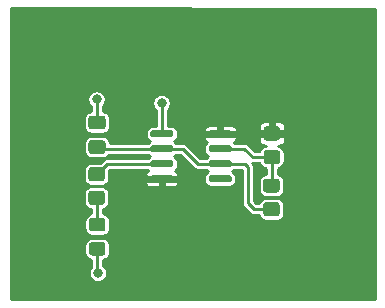
<source format=gbr>
%TF.GenerationSoftware,KiCad,Pcbnew,(5.1.7)-1*%
%TF.CreationDate,2021-01-08T18:54:40-03:00*%
%TF.ProjectId,GettingToBlinky5.0,47657474-696e-4675-946f-426c696e6b79,rev?*%
%TF.SameCoordinates,Original*%
%TF.FileFunction,Copper,L1,Top*%
%TF.FilePolarity,Positive*%
%FSLAX46Y46*%
G04 Gerber Fmt 4.6, Leading zero omitted, Abs format (unit mm)*
G04 Created by KiCad (PCBNEW (5.1.7)-1) date 2021-01-08 18:54:40*
%MOMM*%
%LPD*%
G01*
G04 APERTURE LIST*
%TA.AperFunction,ViaPad*%
%ADD10C,0.800000*%
%TD*%
%TA.AperFunction,Conductor*%
%ADD11C,0.250000*%
%TD*%
%TA.AperFunction,Conductor*%
%ADD12C,0.100000*%
%TD*%
G04 APERTURE END LIST*
%TO.P,U1,8*%
%TO.N,/VDD*%
%TA.AperFunction,SMDPad,CuDef*%
G36*
G01*
X137999600Y-93164800D02*
X137999600Y-92864800D01*
G75*
G02*
X138149600Y-92714800I150000J0D01*
G01*
X139799600Y-92714800D01*
G75*
G02*
X139949600Y-92864800I0J-150000D01*
G01*
X139949600Y-93164800D01*
G75*
G02*
X139799600Y-93314800I-150000J0D01*
G01*
X138149600Y-93314800D01*
G75*
G02*
X137999600Y-93164800I0J150000D01*
G01*
G37*
%TD.AperFunction*%
%TO.P,U1,7*%
%TO.N,/DIS*%
%TA.AperFunction,SMDPad,CuDef*%
G36*
G01*
X137999600Y-94434800D02*
X137999600Y-94134800D01*
G75*
G02*
X138149600Y-93984800I150000J0D01*
G01*
X139799600Y-93984800D01*
G75*
G02*
X139949600Y-94134800I0J-150000D01*
G01*
X139949600Y-94434800D01*
G75*
G02*
X139799600Y-94584800I-150000J0D01*
G01*
X138149600Y-94584800D01*
G75*
G02*
X137999600Y-94434800I0J150000D01*
G01*
G37*
%TD.AperFunction*%
%TO.P,U1,6*%
%TO.N,/THR*%
%TA.AperFunction,SMDPad,CuDef*%
G36*
G01*
X137999600Y-95704800D02*
X137999600Y-95404800D01*
G75*
G02*
X138149600Y-95254800I150000J0D01*
G01*
X139799600Y-95254800D01*
G75*
G02*
X139949600Y-95404800I0J-150000D01*
G01*
X139949600Y-95704800D01*
G75*
G02*
X139799600Y-95854800I-150000J0D01*
G01*
X138149600Y-95854800D01*
G75*
G02*
X137999600Y-95704800I0J150000D01*
G01*
G37*
%TD.AperFunction*%
%TO.P,U1,5*%
%TO.N,N/C*%
%TA.AperFunction,SMDPad,CuDef*%
G36*
G01*
X137999600Y-96974800D02*
X137999600Y-96674800D01*
G75*
G02*
X138149600Y-96524800I150000J0D01*
G01*
X139799600Y-96524800D01*
G75*
G02*
X139949600Y-96674800I0J-150000D01*
G01*
X139949600Y-96974800D01*
G75*
G02*
X139799600Y-97124800I-150000J0D01*
G01*
X138149600Y-97124800D01*
G75*
G02*
X137999600Y-96974800I0J150000D01*
G01*
G37*
%TD.AperFunction*%
%TO.P,U1,4*%
%TO.N,/VDD*%
%TA.AperFunction,SMDPad,CuDef*%
G36*
G01*
X133049600Y-96974800D02*
X133049600Y-96674800D01*
G75*
G02*
X133199600Y-96524800I150000J0D01*
G01*
X134849600Y-96524800D01*
G75*
G02*
X134999600Y-96674800I0J-150000D01*
G01*
X134999600Y-96974800D01*
G75*
G02*
X134849600Y-97124800I-150000J0D01*
G01*
X133199600Y-97124800D01*
G75*
G02*
X133049600Y-96974800I0J150000D01*
G01*
G37*
%TD.AperFunction*%
%TO.P,U1,3*%
%TO.N,/OUT*%
%TA.AperFunction,SMDPad,CuDef*%
G36*
G01*
X133049600Y-95704800D02*
X133049600Y-95404800D01*
G75*
G02*
X133199600Y-95254800I150000J0D01*
G01*
X134849600Y-95254800D01*
G75*
G02*
X134999600Y-95404800I0J-150000D01*
G01*
X134999600Y-95704800D01*
G75*
G02*
X134849600Y-95854800I-150000J0D01*
G01*
X133199600Y-95854800D01*
G75*
G02*
X133049600Y-95704800I0J150000D01*
G01*
G37*
%TD.AperFunction*%
%TO.P,U1,2*%
%TO.N,/THR*%
%TA.AperFunction,SMDPad,CuDef*%
G36*
G01*
X133049600Y-94434800D02*
X133049600Y-94134800D01*
G75*
G02*
X133199600Y-93984800I150000J0D01*
G01*
X134849600Y-93984800D01*
G75*
G02*
X134999600Y-94134800I0J-150000D01*
G01*
X134999600Y-94434800D01*
G75*
G02*
X134849600Y-94584800I-150000J0D01*
G01*
X133199600Y-94584800D01*
G75*
G02*
X133049600Y-94434800I0J150000D01*
G01*
G37*
%TD.AperFunction*%
%TO.P,U1,1*%
%TO.N,GND*%
%TA.AperFunction,SMDPad,CuDef*%
G36*
G01*
X133049600Y-93164800D02*
X133049600Y-92864800D01*
G75*
G02*
X133199600Y-92714800I150000J0D01*
G01*
X134849600Y-92714800D01*
G75*
G02*
X134999600Y-92864800I0J-150000D01*
G01*
X134999600Y-93164800D01*
G75*
G02*
X134849600Y-93314800I-150000J0D01*
G01*
X133199600Y-93314800D01*
G75*
G02*
X133049600Y-93164800I0J150000D01*
G01*
G37*
%TD.AperFunction*%
%TD*%
%TO.P,R3,2*%
%TO.N,Net-(D1-Pad2)*%
%TA.AperFunction,SMDPad,CuDef*%
G36*
G01*
X128054399Y-97834400D02*
X128954401Y-97834400D01*
G75*
G02*
X129204400Y-98084399I0J-249999D01*
G01*
X129204400Y-98784401D01*
G75*
G02*
X128954401Y-99034400I-249999J0D01*
G01*
X128054399Y-99034400D01*
G75*
G02*
X127804400Y-98784401I0J249999D01*
G01*
X127804400Y-98084399D01*
G75*
G02*
X128054399Y-97834400I249999J0D01*
G01*
G37*
%TD.AperFunction*%
%TO.P,R3,1*%
%TO.N,/OUT*%
%TA.AperFunction,SMDPad,CuDef*%
G36*
G01*
X128054399Y-95834400D02*
X128954401Y-95834400D01*
G75*
G02*
X129204400Y-96084399I0J-249999D01*
G01*
X129204400Y-96784401D01*
G75*
G02*
X128954401Y-97034400I-249999J0D01*
G01*
X128054399Y-97034400D01*
G75*
G02*
X127804400Y-96784401I0J249999D01*
G01*
X127804400Y-96084399D01*
G75*
G02*
X128054399Y-95834400I249999J0D01*
G01*
G37*
%TD.AperFunction*%
%TD*%
%TO.P,R2,2*%
%TO.N,/THR*%
%TA.AperFunction,SMDPad,CuDef*%
G36*
G01*
X142849999Y-98800000D02*
X143750001Y-98800000D01*
G75*
G02*
X144000000Y-99049999I0J-249999D01*
G01*
X144000000Y-99750001D01*
G75*
G02*
X143750001Y-100000000I-249999J0D01*
G01*
X142849999Y-100000000D01*
G75*
G02*
X142600000Y-99750001I0J249999D01*
G01*
X142600000Y-99049999D01*
G75*
G02*
X142849999Y-98800000I249999J0D01*
G01*
G37*
%TD.AperFunction*%
%TO.P,R2,1*%
%TO.N,/DIS*%
%TA.AperFunction,SMDPad,CuDef*%
G36*
G01*
X142849999Y-96800000D02*
X143750001Y-96800000D01*
G75*
G02*
X144000000Y-97049999I0J-249999D01*
G01*
X144000000Y-97750001D01*
G75*
G02*
X143750001Y-98000000I-249999J0D01*
G01*
X142849999Y-98000000D01*
G75*
G02*
X142600000Y-97750001I0J249999D01*
G01*
X142600000Y-97049999D01*
G75*
G02*
X142849999Y-96800000I249999J0D01*
G01*
G37*
%TD.AperFunction*%
%TD*%
%TO.P,R1,2*%
%TO.N,/DIS*%
%TA.AperFunction,SMDPad,CuDef*%
G36*
G01*
X142894899Y-94386200D02*
X143794901Y-94386200D01*
G75*
G02*
X144044900Y-94636199I0J-249999D01*
G01*
X144044900Y-95336201D01*
G75*
G02*
X143794901Y-95586200I-249999J0D01*
G01*
X142894899Y-95586200D01*
G75*
G02*
X142644900Y-95336201I0J249999D01*
G01*
X142644900Y-94636199D01*
G75*
G02*
X142894899Y-94386200I249999J0D01*
G01*
G37*
%TD.AperFunction*%
%TO.P,R1,1*%
%TO.N,/VDD*%
%TA.AperFunction,SMDPad,CuDef*%
G36*
G01*
X142894899Y-92386200D02*
X143794901Y-92386200D01*
G75*
G02*
X144044900Y-92636199I0J-249999D01*
G01*
X144044900Y-93336201D01*
G75*
G02*
X143794901Y-93586200I-249999J0D01*
G01*
X142894899Y-93586200D01*
G75*
G02*
X142644900Y-93336201I0J249999D01*
G01*
X142644900Y-92636199D01*
G75*
G02*
X142894899Y-92386200I249999J0D01*
G01*
G37*
%TD.AperFunction*%
%TD*%
%TO.P,D1,2*%
%TO.N,Net-(D1-Pad2)*%
%TA.AperFunction,SMDPad,CuDef*%
G36*
G01*
X128999401Y-101277000D02*
X128099399Y-101277000D01*
G75*
G02*
X127849400Y-101027001I0J249999D01*
G01*
X127849400Y-100376999D01*
G75*
G02*
X128099399Y-100127000I249999J0D01*
G01*
X128999401Y-100127000D01*
G75*
G02*
X129249400Y-100376999I0J-249999D01*
G01*
X129249400Y-101027001D01*
G75*
G02*
X128999401Y-101277000I-249999J0D01*
G01*
G37*
%TD.AperFunction*%
%TO.P,D1,1*%
%TO.N,GND*%
%TA.AperFunction,SMDPad,CuDef*%
G36*
G01*
X128999401Y-103327000D02*
X128099399Y-103327000D01*
G75*
G02*
X127849400Y-103077001I0J249999D01*
G01*
X127849400Y-102426999D01*
G75*
G02*
X128099399Y-102177000I249999J0D01*
G01*
X128999401Y-102177000D01*
G75*
G02*
X129249400Y-102426999I0J-249999D01*
G01*
X129249400Y-103077001D01*
G75*
G02*
X128999401Y-103327000I-249999J0D01*
G01*
G37*
%TD.AperFunction*%
%TD*%
%TO.P,C1,2*%
%TO.N,GND*%
%TA.AperFunction,SMDPad,CuDef*%
G36*
G01*
X129009400Y-92650000D02*
X128059400Y-92650000D01*
G75*
G02*
X127809400Y-92400000I0J250000D01*
G01*
X127809400Y-91725000D01*
G75*
G02*
X128059400Y-91475000I250000J0D01*
G01*
X129009400Y-91475000D01*
G75*
G02*
X129259400Y-91725000I0J-250000D01*
G01*
X129259400Y-92400000D01*
G75*
G02*
X129009400Y-92650000I-250000J0D01*
G01*
G37*
%TD.AperFunction*%
%TO.P,C1,1*%
%TO.N,/THR*%
%TA.AperFunction,SMDPad,CuDef*%
G36*
G01*
X129009400Y-94725000D02*
X128059400Y-94725000D01*
G75*
G02*
X127809400Y-94475000I0J250000D01*
G01*
X127809400Y-93800000D01*
G75*
G02*
X128059400Y-93550000I250000J0D01*
G01*
X129009400Y-93550000D01*
G75*
G02*
X129259400Y-93800000I0J-250000D01*
G01*
X129259400Y-94475000D01*
G75*
G02*
X129009400Y-94725000I-250000J0D01*
G01*
G37*
%TD.AperFunction*%
%TD*%
D10*
%TO.N,GND*%
X128600000Y-104800000D03*
X128500000Y-90100000D03*
X134000000Y-90400000D03*
%TO.N,/VDD*%
X123900000Y-90300000D03*
X149400000Y-90200000D03*
%TD*%
D11*
%TO.N,GND*%
X128549400Y-104749400D02*
X128600000Y-104800000D01*
X128549400Y-102752000D02*
X128549400Y-104749400D01*
X128534400Y-90134400D02*
X128500000Y-90100000D01*
X128534400Y-92062500D02*
X128534400Y-90134400D01*
X134024600Y-90424600D02*
X134000000Y-90400000D01*
X134024600Y-93014800D02*
X134024600Y-90424600D01*
%TO.N,Net-(D1-Pad2)*%
X128504400Y-100657000D02*
X128549400Y-100702000D01*
X128504400Y-98434400D02*
X128504400Y-100657000D01*
%TO.N,/VDD*%
X143316300Y-93014800D02*
X143344900Y-92986200D01*
X138974600Y-93014800D02*
X143316300Y-93014800D01*
X143344900Y-92986200D02*
X143344900Y-92955100D01*
%TO.N,/DIS*%
X143344900Y-97355100D02*
X143300000Y-97400000D01*
X143344900Y-94986200D02*
X143344900Y-97355100D01*
X143344900Y-94986200D02*
X141713800Y-94986200D01*
X141012400Y-94284800D02*
X138977001Y-94284800D01*
X141713800Y-94986200D02*
X141012400Y-94284800D01*
%TO.N,/OUT*%
X129384000Y-95554800D02*
X134024600Y-95554800D01*
X128504400Y-96434400D02*
X129384000Y-95554800D01*
%TO.N,/THR*%
X141054800Y-95554800D02*
X138977001Y-95554800D01*
X141300000Y-95800000D02*
X141054800Y-95554800D01*
X141800000Y-99400000D02*
X141300000Y-98900000D01*
X141300000Y-98900000D02*
X141300000Y-95800000D01*
X143300000Y-99400000D02*
X141800000Y-99400000D01*
X128681700Y-94284800D02*
X134024600Y-94284800D01*
X128534400Y-94137500D02*
X128681700Y-94284800D01*
X128534400Y-94458700D02*
X128534400Y-94137500D01*
X134024600Y-94284800D02*
X135784800Y-94284800D01*
X137054800Y-95554800D02*
X138974600Y-95554800D01*
X135784800Y-94284800D02*
X137054800Y-95554800D01*
%TD*%
%TO.N,/VDD*%
X152076201Y-82416278D02*
X152076200Y-107016600D01*
X121227800Y-107016600D01*
X121227800Y-102426999D01*
X127472586Y-102426999D01*
X127472586Y-103077001D01*
X127484630Y-103199286D01*
X127520299Y-103316872D01*
X127578223Y-103425240D01*
X127656175Y-103520225D01*
X127751160Y-103598177D01*
X127859528Y-103656101D01*
X127977114Y-103691770D01*
X128049400Y-103698890D01*
X128049401Y-104254583D01*
X127998018Y-104305966D01*
X127913204Y-104432900D01*
X127854783Y-104573941D01*
X127825000Y-104723669D01*
X127825000Y-104876331D01*
X127854783Y-105026059D01*
X127913204Y-105167100D01*
X127998018Y-105294034D01*
X128105966Y-105401982D01*
X128232900Y-105486796D01*
X128373941Y-105545217D01*
X128523669Y-105575000D01*
X128676331Y-105575000D01*
X128826059Y-105545217D01*
X128967100Y-105486796D01*
X129094034Y-105401982D01*
X129201982Y-105294034D01*
X129286796Y-105167100D01*
X129345217Y-105026059D01*
X129375000Y-104876331D01*
X129375000Y-104723669D01*
X129345217Y-104573941D01*
X129286796Y-104432900D01*
X129201982Y-104305966D01*
X129094034Y-104198018D01*
X129049400Y-104168195D01*
X129049400Y-103698890D01*
X129121686Y-103691770D01*
X129239272Y-103656101D01*
X129347640Y-103598177D01*
X129442625Y-103520225D01*
X129520577Y-103425240D01*
X129578501Y-103316872D01*
X129614170Y-103199286D01*
X129626214Y-103077001D01*
X129626214Y-102426999D01*
X129614170Y-102304714D01*
X129578501Y-102187128D01*
X129520577Y-102078760D01*
X129442625Y-101983775D01*
X129347640Y-101905823D01*
X129239272Y-101847899D01*
X129121686Y-101812230D01*
X128999401Y-101800186D01*
X128099399Y-101800186D01*
X127977114Y-101812230D01*
X127859528Y-101847899D01*
X127751160Y-101905823D01*
X127656175Y-101983775D01*
X127578223Y-102078760D01*
X127520299Y-102187128D01*
X127484630Y-102304714D01*
X127472586Y-102426999D01*
X121227800Y-102426999D01*
X121227800Y-98084399D01*
X127427586Y-98084399D01*
X127427586Y-98784401D01*
X127439630Y-98906686D01*
X127475299Y-99024272D01*
X127533223Y-99132640D01*
X127611175Y-99227625D01*
X127706160Y-99305577D01*
X127814528Y-99363501D01*
X127932114Y-99399170D01*
X128004400Y-99406290D01*
X128004401Y-99759543D01*
X127977114Y-99762230D01*
X127859528Y-99797899D01*
X127751160Y-99855823D01*
X127656175Y-99933775D01*
X127578223Y-100028760D01*
X127520299Y-100137128D01*
X127484630Y-100254714D01*
X127472586Y-100376999D01*
X127472586Y-101027001D01*
X127484630Y-101149286D01*
X127520299Y-101266872D01*
X127578223Y-101375240D01*
X127656175Y-101470225D01*
X127751160Y-101548177D01*
X127859528Y-101606101D01*
X127977114Y-101641770D01*
X128099399Y-101653814D01*
X128999401Y-101653814D01*
X129121686Y-101641770D01*
X129239272Y-101606101D01*
X129347640Y-101548177D01*
X129442625Y-101470225D01*
X129520577Y-101375240D01*
X129578501Y-101266872D01*
X129614170Y-101149286D01*
X129626214Y-101027001D01*
X129626214Y-100376999D01*
X129614170Y-100254714D01*
X129578501Y-100137128D01*
X129520577Y-100028760D01*
X129442625Y-99933775D01*
X129347640Y-99855823D01*
X129239272Y-99797899D01*
X129121686Y-99762230D01*
X129004400Y-99750678D01*
X129004400Y-99406290D01*
X129076686Y-99399170D01*
X129194272Y-99363501D01*
X129302640Y-99305577D01*
X129397625Y-99227625D01*
X129475577Y-99132640D01*
X129533501Y-99024272D01*
X129569170Y-98906686D01*
X129581214Y-98784401D01*
X129581214Y-98084399D01*
X129569170Y-97962114D01*
X129533501Y-97844528D01*
X129475577Y-97736160D01*
X129397625Y-97641175D01*
X129302640Y-97563223D01*
X129194272Y-97505299D01*
X129076686Y-97469630D01*
X128954401Y-97457586D01*
X128054399Y-97457586D01*
X127932114Y-97469630D01*
X127814528Y-97505299D01*
X127706160Y-97563223D01*
X127611175Y-97641175D01*
X127533223Y-97736160D01*
X127475299Y-97844528D01*
X127439630Y-97962114D01*
X127427586Y-98084399D01*
X121227800Y-98084399D01*
X121227800Y-96084399D01*
X127427586Y-96084399D01*
X127427586Y-96784401D01*
X127439630Y-96906686D01*
X127475299Y-97024272D01*
X127533223Y-97132640D01*
X127611175Y-97227625D01*
X127706160Y-97305577D01*
X127814528Y-97363501D01*
X127932114Y-97399170D01*
X128054399Y-97411214D01*
X128954401Y-97411214D01*
X129076686Y-97399170D01*
X129194272Y-97363501D01*
X129302640Y-97305577D01*
X129397625Y-97227625D01*
X129475577Y-97132640D01*
X129479767Y-97124800D01*
X132622544Y-97124800D01*
X132630750Y-97208114D01*
X132655052Y-97288227D01*
X132694516Y-97362060D01*
X132747626Y-97426774D01*
X132812340Y-97479884D01*
X132886173Y-97519348D01*
X132966286Y-97543650D01*
X133049600Y-97551856D01*
X133743350Y-97549800D01*
X133849600Y-97443550D01*
X133849600Y-96999800D01*
X134199600Y-96999800D01*
X134199600Y-97443550D01*
X134305850Y-97549800D01*
X134999600Y-97551856D01*
X135082914Y-97543650D01*
X135163027Y-97519348D01*
X135236860Y-97479884D01*
X135301574Y-97426774D01*
X135354684Y-97362060D01*
X135394148Y-97288227D01*
X135418450Y-97208114D01*
X135426656Y-97124800D01*
X135424600Y-97106050D01*
X135318350Y-96999800D01*
X134199600Y-96999800D01*
X133849600Y-96999800D01*
X132730850Y-96999800D01*
X132624600Y-97106050D01*
X132622544Y-97124800D01*
X129479767Y-97124800D01*
X129533501Y-97024272D01*
X129569170Y-96906686D01*
X129581214Y-96784401D01*
X129581214Y-96084399D01*
X129579447Y-96066459D01*
X129591107Y-96054800D01*
X132808609Y-96054800D01*
X132827086Y-96077314D01*
X132890129Y-96129052D01*
X132886173Y-96130252D01*
X132812340Y-96169716D01*
X132747626Y-96222826D01*
X132694516Y-96287540D01*
X132655052Y-96361373D01*
X132630750Y-96441486D01*
X132622544Y-96524800D01*
X132624600Y-96543550D01*
X132730850Y-96649800D01*
X133849600Y-96649800D01*
X133849600Y-96629800D01*
X134199600Y-96629800D01*
X134199600Y-96649800D01*
X135318350Y-96649800D01*
X135424600Y-96543550D01*
X135426656Y-96524800D01*
X135418450Y-96441486D01*
X135394148Y-96361373D01*
X135354684Y-96287540D01*
X135301574Y-96222826D01*
X135236860Y-96169716D01*
X135163027Y-96130252D01*
X135159071Y-96129052D01*
X135222114Y-96077314D01*
X135287630Y-95997482D01*
X135336313Y-95906403D01*
X135366291Y-95807576D01*
X135376414Y-95704800D01*
X135376414Y-95404800D01*
X135366291Y-95302024D01*
X135336313Y-95203197D01*
X135287630Y-95112118D01*
X135222114Y-95032286D01*
X135142282Y-94966770D01*
X135054408Y-94919800D01*
X135142282Y-94872830D01*
X135222114Y-94807314D01*
X135240591Y-94784800D01*
X135577695Y-94784800D01*
X136683879Y-95890986D01*
X136699536Y-95910064D01*
X136775671Y-95972546D01*
X136862533Y-96018975D01*
X136956783Y-96047565D01*
X137030240Y-96054800D01*
X137030241Y-96054800D01*
X137054799Y-96057219D01*
X137079357Y-96054800D01*
X137758609Y-96054800D01*
X137777086Y-96077314D01*
X137856918Y-96142830D01*
X137944792Y-96189800D01*
X137856918Y-96236770D01*
X137777086Y-96302286D01*
X137711570Y-96382118D01*
X137662887Y-96473197D01*
X137632909Y-96572024D01*
X137622786Y-96674800D01*
X137622786Y-96974800D01*
X137632909Y-97077576D01*
X137662887Y-97176403D01*
X137711570Y-97267482D01*
X137777086Y-97347314D01*
X137856918Y-97412830D01*
X137947997Y-97461513D01*
X138046824Y-97491491D01*
X138149600Y-97501614D01*
X139799600Y-97501614D01*
X139902376Y-97491491D01*
X140001203Y-97461513D01*
X140092282Y-97412830D01*
X140172114Y-97347314D01*
X140237630Y-97267482D01*
X140286313Y-97176403D01*
X140316291Y-97077576D01*
X140326414Y-96974800D01*
X140326414Y-96674800D01*
X140316291Y-96572024D01*
X140286313Y-96473197D01*
X140237630Y-96382118D01*
X140172114Y-96302286D01*
X140092282Y-96236770D01*
X140004408Y-96189800D01*
X140092282Y-96142830D01*
X140172114Y-96077314D01*
X140190591Y-96054800D01*
X140800001Y-96054800D01*
X140800000Y-98875440D01*
X140797581Y-98900000D01*
X140807235Y-98998016D01*
X140835825Y-99092266D01*
X140882254Y-99179129D01*
X140944736Y-99255264D01*
X140963823Y-99270929D01*
X141429079Y-99736186D01*
X141444736Y-99755264D01*
X141520871Y-99817746D01*
X141607733Y-99864175D01*
X141701983Y-99892765D01*
X141800000Y-99902419D01*
X141824560Y-99900000D01*
X142243637Y-99900000D01*
X142270899Y-99989872D01*
X142328823Y-100098240D01*
X142406775Y-100193225D01*
X142501760Y-100271177D01*
X142610128Y-100329101D01*
X142727714Y-100364770D01*
X142849999Y-100376814D01*
X143750001Y-100376814D01*
X143872286Y-100364770D01*
X143989872Y-100329101D01*
X144098240Y-100271177D01*
X144193225Y-100193225D01*
X144271177Y-100098240D01*
X144329101Y-99989872D01*
X144364770Y-99872286D01*
X144376814Y-99750001D01*
X144376814Y-99049999D01*
X144364770Y-98927714D01*
X144329101Y-98810128D01*
X144271177Y-98701760D01*
X144193225Y-98606775D01*
X144098240Y-98528823D01*
X143989872Y-98470899D01*
X143872286Y-98435230D01*
X143750001Y-98423186D01*
X142849999Y-98423186D01*
X142727714Y-98435230D01*
X142610128Y-98470899D01*
X142501760Y-98528823D01*
X142406775Y-98606775D01*
X142328823Y-98701760D01*
X142270899Y-98810128D01*
X142243637Y-98900000D01*
X142007106Y-98900000D01*
X141800000Y-98692894D01*
X141800000Y-95824557D01*
X141802419Y-95799999D01*
X141800000Y-95775440D01*
X141792765Y-95701983D01*
X141764175Y-95607733D01*
X141717746Y-95520871D01*
X141689296Y-95486205D01*
X141713799Y-95488618D01*
X141738349Y-95486200D01*
X142288537Y-95486200D01*
X142315799Y-95576072D01*
X142373723Y-95684440D01*
X142451675Y-95779425D01*
X142546660Y-95857377D01*
X142655028Y-95915301D01*
X142772614Y-95950970D01*
X142844900Y-95958090D01*
X142844901Y-96423688D01*
X142727714Y-96435230D01*
X142610128Y-96470899D01*
X142501760Y-96528823D01*
X142406775Y-96606775D01*
X142328823Y-96701760D01*
X142270899Y-96810128D01*
X142235230Y-96927714D01*
X142223186Y-97049999D01*
X142223186Y-97750001D01*
X142235230Y-97872286D01*
X142270899Y-97989872D01*
X142328823Y-98098240D01*
X142406775Y-98193225D01*
X142501760Y-98271177D01*
X142610128Y-98329101D01*
X142727714Y-98364770D01*
X142849999Y-98376814D01*
X143750001Y-98376814D01*
X143872286Y-98364770D01*
X143989872Y-98329101D01*
X144098240Y-98271177D01*
X144193225Y-98193225D01*
X144271177Y-98098240D01*
X144329101Y-97989872D01*
X144364770Y-97872286D01*
X144376814Y-97750001D01*
X144376814Y-97049999D01*
X144364770Y-96927714D01*
X144329101Y-96810128D01*
X144271177Y-96701760D01*
X144193225Y-96606775D01*
X144098240Y-96528823D01*
X143989872Y-96470899D01*
X143872286Y-96435230D01*
X143844900Y-96432533D01*
X143844900Y-95958090D01*
X143917186Y-95950970D01*
X144034772Y-95915301D01*
X144143140Y-95857377D01*
X144238125Y-95779425D01*
X144316077Y-95684440D01*
X144374001Y-95576072D01*
X144409670Y-95458486D01*
X144421714Y-95336201D01*
X144421714Y-94636199D01*
X144409670Y-94513914D01*
X144374001Y-94396328D01*
X144316077Y-94287960D01*
X144238125Y-94192975D01*
X144143140Y-94115023D01*
X144034772Y-94057099D01*
X143917186Y-94021430D01*
X143823139Y-94012167D01*
X144044900Y-94013256D01*
X144128214Y-94005050D01*
X144208327Y-93980748D01*
X144282160Y-93941284D01*
X144346874Y-93888174D01*
X144399984Y-93823460D01*
X144439448Y-93749627D01*
X144463750Y-93669514D01*
X144471956Y-93586200D01*
X144469900Y-93267450D01*
X144363650Y-93161200D01*
X143519900Y-93161200D01*
X143519900Y-93181200D01*
X143169900Y-93181200D01*
X143169900Y-93161200D01*
X142326150Y-93161200D01*
X142219900Y-93267450D01*
X142217844Y-93586200D01*
X142226050Y-93669514D01*
X142250352Y-93749627D01*
X142289816Y-93823460D01*
X142342926Y-93888174D01*
X142407640Y-93941284D01*
X142481473Y-93980748D01*
X142561586Y-94005050D01*
X142644900Y-94013256D01*
X142866661Y-94012167D01*
X142772614Y-94021430D01*
X142655028Y-94057099D01*
X142546660Y-94115023D01*
X142451675Y-94192975D01*
X142373723Y-94287960D01*
X142315799Y-94396328D01*
X142288537Y-94486200D01*
X141920907Y-94486200D01*
X141383329Y-93948624D01*
X141367664Y-93929536D01*
X141291529Y-93867054D01*
X141204667Y-93820625D01*
X141110417Y-93792035D01*
X141036960Y-93784800D01*
X141012400Y-93782381D01*
X140987840Y-93784800D01*
X140190591Y-93784800D01*
X140172114Y-93762286D01*
X140109071Y-93710548D01*
X140113027Y-93709348D01*
X140186860Y-93669884D01*
X140251574Y-93616774D01*
X140304684Y-93552060D01*
X140344148Y-93478227D01*
X140368450Y-93398114D01*
X140376656Y-93314800D01*
X140374600Y-93296050D01*
X140268350Y-93189800D01*
X139149600Y-93189800D01*
X139149600Y-93209800D01*
X138799600Y-93209800D01*
X138799600Y-93189800D01*
X137680850Y-93189800D01*
X137574600Y-93296050D01*
X137572544Y-93314800D01*
X137580750Y-93398114D01*
X137605052Y-93478227D01*
X137644516Y-93552060D01*
X137697626Y-93616774D01*
X137762340Y-93669884D01*
X137836173Y-93709348D01*
X137840129Y-93710548D01*
X137777086Y-93762286D01*
X137711570Y-93842118D01*
X137662887Y-93933197D01*
X137632909Y-94032024D01*
X137622786Y-94134800D01*
X137622786Y-94434800D01*
X137632909Y-94537576D01*
X137662887Y-94636403D01*
X137711570Y-94727482D01*
X137777086Y-94807314D01*
X137856918Y-94872830D01*
X137944792Y-94919800D01*
X137856918Y-94966770D01*
X137777086Y-95032286D01*
X137758609Y-95054800D01*
X137261907Y-95054800D01*
X136155729Y-93948624D01*
X136140064Y-93929536D01*
X136063929Y-93867054D01*
X135977067Y-93820625D01*
X135882817Y-93792035D01*
X135809360Y-93784800D01*
X135784800Y-93782381D01*
X135760240Y-93784800D01*
X135240591Y-93784800D01*
X135222114Y-93762286D01*
X135142282Y-93696770D01*
X135054408Y-93649800D01*
X135142282Y-93602830D01*
X135222114Y-93537314D01*
X135287630Y-93457482D01*
X135336313Y-93366403D01*
X135366291Y-93267576D01*
X135376414Y-93164800D01*
X135376414Y-92864800D01*
X135366291Y-92762024D01*
X135351967Y-92714800D01*
X137572544Y-92714800D01*
X137574600Y-92733550D01*
X137680850Y-92839800D01*
X138799600Y-92839800D01*
X138799600Y-92396050D01*
X139149600Y-92396050D01*
X139149600Y-92839800D01*
X140268350Y-92839800D01*
X140374600Y-92733550D01*
X140376656Y-92714800D01*
X140368450Y-92631486D01*
X140344148Y-92551373D01*
X140304684Y-92477540D01*
X140251574Y-92412826D01*
X140219131Y-92386200D01*
X142217844Y-92386200D01*
X142219900Y-92704950D01*
X142326150Y-92811200D01*
X143169900Y-92811200D01*
X143169900Y-92067450D01*
X143519900Y-92067450D01*
X143519900Y-92811200D01*
X144363650Y-92811200D01*
X144469900Y-92704950D01*
X144471956Y-92386200D01*
X144463750Y-92302886D01*
X144439448Y-92222773D01*
X144399984Y-92148940D01*
X144346874Y-92084226D01*
X144282160Y-92031116D01*
X144208327Y-91991652D01*
X144128214Y-91967350D01*
X144044900Y-91959144D01*
X143626150Y-91961200D01*
X143519900Y-92067450D01*
X143169900Y-92067450D01*
X143063650Y-91961200D01*
X142644900Y-91959144D01*
X142561586Y-91967350D01*
X142481473Y-91991652D01*
X142407640Y-92031116D01*
X142342926Y-92084226D01*
X142289816Y-92148940D01*
X142250352Y-92222773D01*
X142226050Y-92302886D01*
X142217844Y-92386200D01*
X140219131Y-92386200D01*
X140186860Y-92359716D01*
X140113027Y-92320252D01*
X140032914Y-92295950D01*
X139949600Y-92287744D01*
X139255850Y-92289800D01*
X139149600Y-92396050D01*
X138799600Y-92396050D01*
X138693350Y-92289800D01*
X137999600Y-92287744D01*
X137916286Y-92295950D01*
X137836173Y-92320252D01*
X137762340Y-92359716D01*
X137697626Y-92412826D01*
X137644516Y-92477540D01*
X137605052Y-92551373D01*
X137580750Y-92631486D01*
X137572544Y-92714800D01*
X135351967Y-92714800D01*
X135336313Y-92663197D01*
X135287630Y-92572118D01*
X135222114Y-92492286D01*
X135142282Y-92426770D01*
X135051203Y-92378087D01*
X134952376Y-92348109D01*
X134849600Y-92337986D01*
X134524600Y-92337986D01*
X134524600Y-90971416D01*
X134601982Y-90894034D01*
X134686796Y-90767100D01*
X134745217Y-90626059D01*
X134775000Y-90476331D01*
X134775000Y-90323669D01*
X134745217Y-90173941D01*
X134686796Y-90032900D01*
X134601982Y-89905966D01*
X134494034Y-89798018D01*
X134367100Y-89713204D01*
X134226059Y-89654783D01*
X134076331Y-89625000D01*
X133923669Y-89625000D01*
X133773941Y-89654783D01*
X133632900Y-89713204D01*
X133505966Y-89798018D01*
X133398018Y-89905966D01*
X133313204Y-90032900D01*
X133254783Y-90173941D01*
X133225000Y-90323669D01*
X133225000Y-90476331D01*
X133254783Y-90626059D01*
X133313204Y-90767100D01*
X133398018Y-90894034D01*
X133505966Y-91001982D01*
X133524601Y-91014433D01*
X133524600Y-92337986D01*
X133199600Y-92337986D01*
X133096824Y-92348109D01*
X132997997Y-92378087D01*
X132906918Y-92426770D01*
X132827086Y-92492286D01*
X132761570Y-92572118D01*
X132712887Y-92663197D01*
X132682909Y-92762024D01*
X132672786Y-92864800D01*
X132672786Y-93164800D01*
X132682909Y-93267576D01*
X132712887Y-93366403D01*
X132761570Y-93457482D01*
X132827086Y-93537314D01*
X132906918Y-93602830D01*
X132994792Y-93649800D01*
X132906918Y-93696770D01*
X132827086Y-93762286D01*
X132808609Y-93784800D01*
X129634717Y-93784800D01*
X129624170Y-93677715D01*
X129588501Y-93560129D01*
X129530577Y-93451761D01*
X129452624Y-93356776D01*
X129357639Y-93278823D01*
X129249271Y-93220899D01*
X129131685Y-93185230D01*
X129009400Y-93173186D01*
X128059400Y-93173186D01*
X127937115Y-93185230D01*
X127819529Y-93220899D01*
X127711161Y-93278823D01*
X127616176Y-93356776D01*
X127538223Y-93451761D01*
X127480299Y-93560129D01*
X127444630Y-93677715D01*
X127432586Y-93800000D01*
X127432586Y-94475000D01*
X127444630Y-94597285D01*
X127480299Y-94714871D01*
X127538223Y-94823239D01*
X127616176Y-94918224D01*
X127711161Y-94996177D01*
X127819529Y-95054101D01*
X127937115Y-95089770D01*
X128059400Y-95101814D01*
X129009400Y-95101814D01*
X129131685Y-95089770D01*
X129249271Y-95054101D01*
X129357639Y-94996177D01*
X129452624Y-94918224D01*
X129530577Y-94823239D01*
X129551123Y-94784800D01*
X132808609Y-94784800D01*
X132827086Y-94807314D01*
X132906918Y-94872830D01*
X132994792Y-94919800D01*
X132906918Y-94966770D01*
X132827086Y-95032286D01*
X132808609Y-95054800D01*
X129408549Y-95054800D01*
X129383999Y-95052382D01*
X129359449Y-95054800D01*
X129359440Y-95054800D01*
X129285983Y-95062035D01*
X129191733Y-95090625D01*
X129104871Y-95137054D01*
X129028736Y-95199536D01*
X129013081Y-95218612D01*
X128774108Y-95457586D01*
X128054399Y-95457586D01*
X127932114Y-95469630D01*
X127814528Y-95505299D01*
X127706160Y-95563223D01*
X127611175Y-95641175D01*
X127533223Y-95736160D01*
X127475299Y-95844528D01*
X127439630Y-95962114D01*
X127427586Y-96084399D01*
X121227800Y-96084399D01*
X121227800Y-91725000D01*
X127432586Y-91725000D01*
X127432586Y-92400000D01*
X127444630Y-92522285D01*
X127480299Y-92639871D01*
X127538223Y-92748239D01*
X127616176Y-92843224D01*
X127711161Y-92921177D01*
X127819529Y-92979101D01*
X127937115Y-93014770D01*
X128059400Y-93026814D01*
X129009400Y-93026814D01*
X129131685Y-93014770D01*
X129249271Y-92979101D01*
X129357639Y-92921177D01*
X129452624Y-92843224D01*
X129530577Y-92748239D01*
X129588501Y-92639871D01*
X129624170Y-92522285D01*
X129636214Y-92400000D01*
X129636214Y-91725000D01*
X129624170Y-91602715D01*
X129588501Y-91485129D01*
X129530577Y-91376761D01*
X129452624Y-91281776D01*
X129357639Y-91203823D01*
X129249271Y-91145899D01*
X129131685Y-91110230D01*
X129034400Y-91100648D01*
X129034400Y-90661616D01*
X129101982Y-90594034D01*
X129186796Y-90467100D01*
X129245217Y-90326059D01*
X129275000Y-90176331D01*
X129275000Y-90023669D01*
X129245217Y-89873941D01*
X129186796Y-89732900D01*
X129101982Y-89605966D01*
X128994034Y-89498018D01*
X128867100Y-89413204D01*
X128726059Y-89354783D01*
X128576331Y-89325000D01*
X128423669Y-89325000D01*
X128273941Y-89354783D01*
X128132900Y-89413204D01*
X128005966Y-89498018D01*
X127898018Y-89605966D01*
X127813204Y-89732900D01*
X127754783Y-89873941D01*
X127725000Y-90023669D01*
X127725000Y-90176331D01*
X127754783Y-90326059D01*
X127813204Y-90467100D01*
X127898018Y-90594034D01*
X128005966Y-90701982D01*
X128034401Y-90720981D01*
X128034400Y-91100648D01*
X127937115Y-91110230D01*
X127819529Y-91145899D01*
X127711161Y-91203823D01*
X127616176Y-91281776D01*
X127538223Y-91376761D01*
X127480299Y-91485129D01*
X127444630Y-91602715D01*
X127432586Y-91725000D01*
X121227800Y-91725000D01*
X121227800Y-82391521D01*
X152076201Y-82416278D01*
%TA.AperFunction,Conductor*%
D12*
G36*
X152076201Y-82416278D02*
G01*
X152076200Y-107016600D01*
X121227800Y-107016600D01*
X121227800Y-102426999D01*
X127472586Y-102426999D01*
X127472586Y-103077001D01*
X127484630Y-103199286D01*
X127520299Y-103316872D01*
X127578223Y-103425240D01*
X127656175Y-103520225D01*
X127751160Y-103598177D01*
X127859528Y-103656101D01*
X127977114Y-103691770D01*
X128049400Y-103698890D01*
X128049401Y-104254583D01*
X127998018Y-104305966D01*
X127913204Y-104432900D01*
X127854783Y-104573941D01*
X127825000Y-104723669D01*
X127825000Y-104876331D01*
X127854783Y-105026059D01*
X127913204Y-105167100D01*
X127998018Y-105294034D01*
X128105966Y-105401982D01*
X128232900Y-105486796D01*
X128373941Y-105545217D01*
X128523669Y-105575000D01*
X128676331Y-105575000D01*
X128826059Y-105545217D01*
X128967100Y-105486796D01*
X129094034Y-105401982D01*
X129201982Y-105294034D01*
X129286796Y-105167100D01*
X129345217Y-105026059D01*
X129375000Y-104876331D01*
X129375000Y-104723669D01*
X129345217Y-104573941D01*
X129286796Y-104432900D01*
X129201982Y-104305966D01*
X129094034Y-104198018D01*
X129049400Y-104168195D01*
X129049400Y-103698890D01*
X129121686Y-103691770D01*
X129239272Y-103656101D01*
X129347640Y-103598177D01*
X129442625Y-103520225D01*
X129520577Y-103425240D01*
X129578501Y-103316872D01*
X129614170Y-103199286D01*
X129626214Y-103077001D01*
X129626214Y-102426999D01*
X129614170Y-102304714D01*
X129578501Y-102187128D01*
X129520577Y-102078760D01*
X129442625Y-101983775D01*
X129347640Y-101905823D01*
X129239272Y-101847899D01*
X129121686Y-101812230D01*
X128999401Y-101800186D01*
X128099399Y-101800186D01*
X127977114Y-101812230D01*
X127859528Y-101847899D01*
X127751160Y-101905823D01*
X127656175Y-101983775D01*
X127578223Y-102078760D01*
X127520299Y-102187128D01*
X127484630Y-102304714D01*
X127472586Y-102426999D01*
X121227800Y-102426999D01*
X121227800Y-98084399D01*
X127427586Y-98084399D01*
X127427586Y-98784401D01*
X127439630Y-98906686D01*
X127475299Y-99024272D01*
X127533223Y-99132640D01*
X127611175Y-99227625D01*
X127706160Y-99305577D01*
X127814528Y-99363501D01*
X127932114Y-99399170D01*
X128004400Y-99406290D01*
X128004401Y-99759543D01*
X127977114Y-99762230D01*
X127859528Y-99797899D01*
X127751160Y-99855823D01*
X127656175Y-99933775D01*
X127578223Y-100028760D01*
X127520299Y-100137128D01*
X127484630Y-100254714D01*
X127472586Y-100376999D01*
X127472586Y-101027001D01*
X127484630Y-101149286D01*
X127520299Y-101266872D01*
X127578223Y-101375240D01*
X127656175Y-101470225D01*
X127751160Y-101548177D01*
X127859528Y-101606101D01*
X127977114Y-101641770D01*
X128099399Y-101653814D01*
X128999401Y-101653814D01*
X129121686Y-101641770D01*
X129239272Y-101606101D01*
X129347640Y-101548177D01*
X129442625Y-101470225D01*
X129520577Y-101375240D01*
X129578501Y-101266872D01*
X129614170Y-101149286D01*
X129626214Y-101027001D01*
X129626214Y-100376999D01*
X129614170Y-100254714D01*
X129578501Y-100137128D01*
X129520577Y-100028760D01*
X129442625Y-99933775D01*
X129347640Y-99855823D01*
X129239272Y-99797899D01*
X129121686Y-99762230D01*
X129004400Y-99750678D01*
X129004400Y-99406290D01*
X129076686Y-99399170D01*
X129194272Y-99363501D01*
X129302640Y-99305577D01*
X129397625Y-99227625D01*
X129475577Y-99132640D01*
X129533501Y-99024272D01*
X129569170Y-98906686D01*
X129581214Y-98784401D01*
X129581214Y-98084399D01*
X129569170Y-97962114D01*
X129533501Y-97844528D01*
X129475577Y-97736160D01*
X129397625Y-97641175D01*
X129302640Y-97563223D01*
X129194272Y-97505299D01*
X129076686Y-97469630D01*
X128954401Y-97457586D01*
X128054399Y-97457586D01*
X127932114Y-97469630D01*
X127814528Y-97505299D01*
X127706160Y-97563223D01*
X127611175Y-97641175D01*
X127533223Y-97736160D01*
X127475299Y-97844528D01*
X127439630Y-97962114D01*
X127427586Y-98084399D01*
X121227800Y-98084399D01*
X121227800Y-96084399D01*
X127427586Y-96084399D01*
X127427586Y-96784401D01*
X127439630Y-96906686D01*
X127475299Y-97024272D01*
X127533223Y-97132640D01*
X127611175Y-97227625D01*
X127706160Y-97305577D01*
X127814528Y-97363501D01*
X127932114Y-97399170D01*
X128054399Y-97411214D01*
X128954401Y-97411214D01*
X129076686Y-97399170D01*
X129194272Y-97363501D01*
X129302640Y-97305577D01*
X129397625Y-97227625D01*
X129475577Y-97132640D01*
X129479767Y-97124800D01*
X132622544Y-97124800D01*
X132630750Y-97208114D01*
X132655052Y-97288227D01*
X132694516Y-97362060D01*
X132747626Y-97426774D01*
X132812340Y-97479884D01*
X132886173Y-97519348D01*
X132966286Y-97543650D01*
X133049600Y-97551856D01*
X133743350Y-97549800D01*
X133849600Y-97443550D01*
X133849600Y-96999800D01*
X134199600Y-96999800D01*
X134199600Y-97443550D01*
X134305850Y-97549800D01*
X134999600Y-97551856D01*
X135082914Y-97543650D01*
X135163027Y-97519348D01*
X135236860Y-97479884D01*
X135301574Y-97426774D01*
X135354684Y-97362060D01*
X135394148Y-97288227D01*
X135418450Y-97208114D01*
X135426656Y-97124800D01*
X135424600Y-97106050D01*
X135318350Y-96999800D01*
X134199600Y-96999800D01*
X133849600Y-96999800D01*
X132730850Y-96999800D01*
X132624600Y-97106050D01*
X132622544Y-97124800D01*
X129479767Y-97124800D01*
X129533501Y-97024272D01*
X129569170Y-96906686D01*
X129581214Y-96784401D01*
X129581214Y-96084399D01*
X129579447Y-96066459D01*
X129591107Y-96054800D01*
X132808609Y-96054800D01*
X132827086Y-96077314D01*
X132890129Y-96129052D01*
X132886173Y-96130252D01*
X132812340Y-96169716D01*
X132747626Y-96222826D01*
X132694516Y-96287540D01*
X132655052Y-96361373D01*
X132630750Y-96441486D01*
X132622544Y-96524800D01*
X132624600Y-96543550D01*
X132730850Y-96649800D01*
X133849600Y-96649800D01*
X133849600Y-96629800D01*
X134199600Y-96629800D01*
X134199600Y-96649800D01*
X135318350Y-96649800D01*
X135424600Y-96543550D01*
X135426656Y-96524800D01*
X135418450Y-96441486D01*
X135394148Y-96361373D01*
X135354684Y-96287540D01*
X135301574Y-96222826D01*
X135236860Y-96169716D01*
X135163027Y-96130252D01*
X135159071Y-96129052D01*
X135222114Y-96077314D01*
X135287630Y-95997482D01*
X135336313Y-95906403D01*
X135366291Y-95807576D01*
X135376414Y-95704800D01*
X135376414Y-95404800D01*
X135366291Y-95302024D01*
X135336313Y-95203197D01*
X135287630Y-95112118D01*
X135222114Y-95032286D01*
X135142282Y-94966770D01*
X135054408Y-94919800D01*
X135142282Y-94872830D01*
X135222114Y-94807314D01*
X135240591Y-94784800D01*
X135577695Y-94784800D01*
X136683879Y-95890986D01*
X136699536Y-95910064D01*
X136775671Y-95972546D01*
X136862533Y-96018975D01*
X136956783Y-96047565D01*
X137030240Y-96054800D01*
X137030241Y-96054800D01*
X137054799Y-96057219D01*
X137079357Y-96054800D01*
X137758609Y-96054800D01*
X137777086Y-96077314D01*
X137856918Y-96142830D01*
X137944792Y-96189800D01*
X137856918Y-96236770D01*
X137777086Y-96302286D01*
X137711570Y-96382118D01*
X137662887Y-96473197D01*
X137632909Y-96572024D01*
X137622786Y-96674800D01*
X137622786Y-96974800D01*
X137632909Y-97077576D01*
X137662887Y-97176403D01*
X137711570Y-97267482D01*
X137777086Y-97347314D01*
X137856918Y-97412830D01*
X137947997Y-97461513D01*
X138046824Y-97491491D01*
X138149600Y-97501614D01*
X139799600Y-97501614D01*
X139902376Y-97491491D01*
X140001203Y-97461513D01*
X140092282Y-97412830D01*
X140172114Y-97347314D01*
X140237630Y-97267482D01*
X140286313Y-97176403D01*
X140316291Y-97077576D01*
X140326414Y-96974800D01*
X140326414Y-96674800D01*
X140316291Y-96572024D01*
X140286313Y-96473197D01*
X140237630Y-96382118D01*
X140172114Y-96302286D01*
X140092282Y-96236770D01*
X140004408Y-96189800D01*
X140092282Y-96142830D01*
X140172114Y-96077314D01*
X140190591Y-96054800D01*
X140800001Y-96054800D01*
X140800000Y-98875440D01*
X140797581Y-98900000D01*
X140807235Y-98998016D01*
X140835825Y-99092266D01*
X140882254Y-99179129D01*
X140944736Y-99255264D01*
X140963823Y-99270929D01*
X141429079Y-99736186D01*
X141444736Y-99755264D01*
X141520871Y-99817746D01*
X141607733Y-99864175D01*
X141701983Y-99892765D01*
X141800000Y-99902419D01*
X141824560Y-99900000D01*
X142243637Y-99900000D01*
X142270899Y-99989872D01*
X142328823Y-100098240D01*
X142406775Y-100193225D01*
X142501760Y-100271177D01*
X142610128Y-100329101D01*
X142727714Y-100364770D01*
X142849999Y-100376814D01*
X143750001Y-100376814D01*
X143872286Y-100364770D01*
X143989872Y-100329101D01*
X144098240Y-100271177D01*
X144193225Y-100193225D01*
X144271177Y-100098240D01*
X144329101Y-99989872D01*
X144364770Y-99872286D01*
X144376814Y-99750001D01*
X144376814Y-99049999D01*
X144364770Y-98927714D01*
X144329101Y-98810128D01*
X144271177Y-98701760D01*
X144193225Y-98606775D01*
X144098240Y-98528823D01*
X143989872Y-98470899D01*
X143872286Y-98435230D01*
X143750001Y-98423186D01*
X142849999Y-98423186D01*
X142727714Y-98435230D01*
X142610128Y-98470899D01*
X142501760Y-98528823D01*
X142406775Y-98606775D01*
X142328823Y-98701760D01*
X142270899Y-98810128D01*
X142243637Y-98900000D01*
X142007106Y-98900000D01*
X141800000Y-98692894D01*
X141800000Y-95824557D01*
X141802419Y-95799999D01*
X141800000Y-95775440D01*
X141792765Y-95701983D01*
X141764175Y-95607733D01*
X141717746Y-95520871D01*
X141689296Y-95486205D01*
X141713799Y-95488618D01*
X141738349Y-95486200D01*
X142288537Y-95486200D01*
X142315799Y-95576072D01*
X142373723Y-95684440D01*
X142451675Y-95779425D01*
X142546660Y-95857377D01*
X142655028Y-95915301D01*
X142772614Y-95950970D01*
X142844900Y-95958090D01*
X142844901Y-96423688D01*
X142727714Y-96435230D01*
X142610128Y-96470899D01*
X142501760Y-96528823D01*
X142406775Y-96606775D01*
X142328823Y-96701760D01*
X142270899Y-96810128D01*
X142235230Y-96927714D01*
X142223186Y-97049999D01*
X142223186Y-97750001D01*
X142235230Y-97872286D01*
X142270899Y-97989872D01*
X142328823Y-98098240D01*
X142406775Y-98193225D01*
X142501760Y-98271177D01*
X142610128Y-98329101D01*
X142727714Y-98364770D01*
X142849999Y-98376814D01*
X143750001Y-98376814D01*
X143872286Y-98364770D01*
X143989872Y-98329101D01*
X144098240Y-98271177D01*
X144193225Y-98193225D01*
X144271177Y-98098240D01*
X144329101Y-97989872D01*
X144364770Y-97872286D01*
X144376814Y-97750001D01*
X144376814Y-97049999D01*
X144364770Y-96927714D01*
X144329101Y-96810128D01*
X144271177Y-96701760D01*
X144193225Y-96606775D01*
X144098240Y-96528823D01*
X143989872Y-96470899D01*
X143872286Y-96435230D01*
X143844900Y-96432533D01*
X143844900Y-95958090D01*
X143917186Y-95950970D01*
X144034772Y-95915301D01*
X144143140Y-95857377D01*
X144238125Y-95779425D01*
X144316077Y-95684440D01*
X144374001Y-95576072D01*
X144409670Y-95458486D01*
X144421714Y-95336201D01*
X144421714Y-94636199D01*
X144409670Y-94513914D01*
X144374001Y-94396328D01*
X144316077Y-94287960D01*
X144238125Y-94192975D01*
X144143140Y-94115023D01*
X144034772Y-94057099D01*
X143917186Y-94021430D01*
X143823139Y-94012167D01*
X144044900Y-94013256D01*
X144128214Y-94005050D01*
X144208327Y-93980748D01*
X144282160Y-93941284D01*
X144346874Y-93888174D01*
X144399984Y-93823460D01*
X144439448Y-93749627D01*
X144463750Y-93669514D01*
X144471956Y-93586200D01*
X144469900Y-93267450D01*
X144363650Y-93161200D01*
X143519900Y-93161200D01*
X143519900Y-93181200D01*
X143169900Y-93181200D01*
X143169900Y-93161200D01*
X142326150Y-93161200D01*
X142219900Y-93267450D01*
X142217844Y-93586200D01*
X142226050Y-93669514D01*
X142250352Y-93749627D01*
X142289816Y-93823460D01*
X142342926Y-93888174D01*
X142407640Y-93941284D01*
X142481473Y-93980748D01*
X142561586Y-94005050D01*
X142644900Y-94013256D01*
X142866661Y-94012167D01*
X142772614Y-94021430D01*
X142655028Y-94057099D01*
X142546660Y-94115023D01*
X142451675Y-94192975D01*
X142373723Y-94287960D01*
X142315799Y-94396328D01*
X142288537Y-94486200D01*
X141920907Y-94486200D01*
X141383329Y-93948624D01*
X141367664Y-93929536D01*
X141291529Y-93867054D01*
X141204667Y-93820625D01*
X141110417Y-93792035D01*
X141036960Y-93784800D01*
X141012400Y-93782381D01*
X140987840Y-93784800D01*
X140190591Y-93784800D01*
X140172114Y-93762286D01*
X140109071Y-93710548D01*
X140113027Y-93709348D01*
X140186860Y-93669884D01*
X140251574Y-93616774D01*
X140304684Y-93552060D01*
X140344148Y-93478227D01*
X140368450Y-93398114D01*
X140376656Y-93314800D01*
X140374600Y-93296050D01*
X140268350Y-93189800D01*
X139149600Y-93189800D01*
X139149600Y-93209800D01*
X138799600Y-93209800D01*
X138799600Y-93189800D01*
X137680850Y-93189800D01*
X137574600Y-93296050D01*
X137572544Y-93314800D01*
X137580750Y-93398114D01*
X137605052Y-93478227D01*
X137644516Y-93552060D01*
X137697626Y-93616774D01*
X137762340Y-93669884D01*
X137836173Y-93709348D01*
X137840129Y-93710548D01*
X137777086Y-93762286D01*
X137711570Y-93842118D01*
X137662887Y-93933197D01*
X137632909Y-94032024D01*
X137622786Y-94134800D01*
X137622786Y-94434800D01*
X137632909Y-94537576D01*
X137662887Y-94636403D01*
X137711570Y-94727482D01*
X137777086Y-94807314D01*
X137856918Y-94872830D01*
X137944792Y-94919800D01*
X137856918Y-94966770D01*
X137777086Y-95032286D01*
X137758609Y-95054800D01*
X137261907Y-95054800D01*
X136155729Y-93948624D01*
X136140064Y-93929536D01*
X136063929Y-93867054D01*
X135977067Y-93820625D01*
X135882817Y-93792035D01*
X135809360Y-93784800D01*
X135784800Y-93782381D01*
X135760240Y-93784800D01*
X135240591Y-93784800D01*
X135222114Y-93762286D01*
X135142282Y-93696770D01*
X135054408Y-93649800D01*
X135142282Y-93602830D01*
X135222114Y-93537314D01*
X135287630Y-93457482D01*
X135336313Y-93366403D01*
X135366291Y-93267576D01*
X135376414Y-93164800D01*
X135376414Y-92864800D01*
X135366291Y-92762024D01*
X135351967Y-92714800D01*
X137572544Y-92714800D01*
X137574600Y-92733550D01*
X137680850Y-92839800D01*
X138799600Y-92839800D01*
X138799600Y-92396050D01*
X139149600Y-92396050D01*
X139149600Y-92839800D01*
X140268350Y-92839800D01*
X140374600Y-92733550D01*
X140376656Y-92714800D01*
X140368450Y-92631486D01*
X140344148Y-92551373D01*
X140304684Y-92477540D01*
X140251574Y-92412826D01*
X140219131Y-92386200D01*
X142217844Y-92386200D01*
X142219900Y-92704950D01*
X142326150Y-92811200D01*
X143169900Y-92811200D01*
X143169900Y-92067450D01*
X143519900Y-92067450D01*
X143519900Y-92811200D01*
X144363650Y-92811200D01*
X144469900Y-92704950D01*
X144471956Y-92386200D01*
X144463750Y-92302886D01*
X144439448Y-92222773D01*
X144399984Y-92148940D01*
X144346874Y-92084226D01*
X144282160Y-92031116D01*
X144208327Y-91991652D01*
X144128214Y-91967350D01*
X144044900Y-91959144D01*
X143626150Y-91961200D01*
X143519900Y-92067450D01*
X143169900Y-92067450D01*
X143063650Y-91961200D01*
X142644900Y-91959144D01*
X142561586Y-91967350D01*
X142481473Y-91991652D01*
X142407640Y-92031116D01*
X142342926Y-92084226D01*
X142289816Y-92148940D01*
X142250352Y-92222773D01*
X142226050Y-92302886D01*
X142217844Y-92386200D01*
X140219131Y-92386200D01*
X140186860Y-92359716D01*
X140113027Y-92320252D01*
X140032914Y-92295950D01*
X139949600Y-92287744D01*
X139255850Y-92289800D01*
X139149600Y-92396050D01*
X138799600Y-92396050D01*
X138693350Y-92289800D01*
X137999600Y-92287744D01*
X137916286Y-92295950D01*
X137836173Y-92320252D01*
X137762340Y-92359716D01*
X137697626Y-92412826D01*
X137644516Y-92477540D01*
X137605052Y-92551373D01*
X137580750Y-92631486D01*
X137572544Y-92714800D01*
X135351967Y-92714800D01*
X135336313Y-92663197D01*
X135287630Y-92572118D01*
X135222114Y-92492286D01*
X135142282Y-92426770D01*
X135051203Y-92378087D01*
X134952376Y-92348109D01*
X134849600Y-92337986D01*
X134524600Y-92337986D01*
X134524600Y-90971416D01*
X134601982Y-90894034D01*
X134686796Y-90767100D01*
X134745217Y-90626059D01*
X134775000Y-90476331D01*
X134775000Y-90323669D01*
X134745217Y-90173941D01*
X134686796Y-90032900D01*
X134601982Y-89905966D01*
X134494034Y-89798018D01*
X134367100Y-89713204D01*
X134226059Y-89654783D01*
X134076331Y-89625000D01*
X133923669Y-89625000D01*
X133773941Y-89654783D01*
X133632900Y-89713204D01*
X133505966Y-89798018D01*
X133398018Y-89905966D01*
X133313204Y-90032900D01*
X133254783Y-90173941D01*
X133225000Y-90323669D01*
X133225000Y-90476331D01*
X133254783Y-90626059D01*
X133313204Y-90767100D01*
X133398018Y-90894034D01*
X133505966Y-91001982D01*
X133524601Y-91014433D01*
X133524600Y-92337986D01*
X133199600Y-92337986D01*
X133096824Y-92348109D01*
X132997997Y-92378087D01*
X132906918Y-92426770D01*
X132827086Y-92492286D01*
X132761570Y-92572118D01*
X132712887Y-92663197D01*
X132682909Y-92762024D01*
X132672786Y-92864800D01*
X132672786Y-93164800D01*
X132682909Y-93267576D01*
X132712887Y-93366403D01*
X132761570Y-93457482D01*
X132827086Y-93537314D01*
X132906918Y-93602830D01*
X132994792Y-93649800D01*
X132906918Y-93696770D01*
X132827086Y-93762286D01*
X132808609Y-93784800D01*
X129634717Y-93784800D01*
X129624170Y-93677715D01*
X129588501Y-93560129D01*
X129530577Y-93451761D01*
X129452624Y-93356776D01*
X129357639Y-93278823D01*
X129249271Y-93220899D01*
X129131685Y-93185230D01*
X129009400Y-93173186D01*
X128059400Y-93173186D01*
X127937115Y-93185230D01*
X127819529Y-93220899D01*
X127711161Y-93278823D01*
X127616176Y-93356776D01*
X127538223Y-93451761D01*
X127480299Y-93560129D01*
X127444630Y-93677715D01*
X127432586Y-93800000D01*
X127432586Y-94475000D01*
X127444630Y-94597285D01*
X127480299Y-94714871D01*
X127538223Y-94823239D01*
X127616176Y-94918224D01*
X127711161Y-94996177D01*
X127819529Y-95054101D01*
X127937115Y-95089770D01*
X128059400Y-95101814D01*
X129009400Y-95101814D01*
X129131685Y-95089770D01*
X129249271Y-95054101D01*
X129357639Y-94996177D01*
X129452624Y-94918224D01*
X129530577Y-94823239D01*
X129551123Y-94784800D01*
X132808609Y-94784800D01*
X132827086Y-94807314D01*
X132906918Y-94872830D01*
X132994792Y-94919800D01*
X132906918Y-94966770D01*
X132827086Y-95032286D01*
X132808609Y-95054800D01*
X129408549Y-95054800D01*
X129383999Y-95052382D01*
X129359449Y-95054800D01*
X129359440Y-95054800D01*
X129285983Y-95062035D01*
X129191733Y-95090625D01*
X129104871Y-95137054D01*
X129028736Y-95199536D01*
X129013081Y-95218612D01*
X128774108Y-95457586D01*
X128054399Y-95457586D01*
X127932114Y-95469630D01*
X127814528Y-95505299D01*
X127706160Y-95563223D01*
X127611175Y-95641175D01*
X127533223Y-95736160D01*
X127475299Y-95844528D01*
X127439630Y-95962114D01*
X127427586Y-96084399D01*
X121227800Y-96084399D01*
X121227800Y-91725000D01*
X127432586Y-91725000D01*
X127432586Y-92400000D01*
X127444630Y-92522285D01*
X127480299Y-92639871D01*
X127538223Y-92748239D01*
X127616176Y-92843224D01*
X127711161Y-92921177D01*
X127819529Y-92979101D01*
X127937115Y-93014770D01*
X128059400Y-93026814D01*
X129009400Y-93026814D01*
X129131685Y-93014770D01*
X129249271Y-92979101D01*
X129357639Y-92921177D01*
X129452624Y-92843224D01*
X129530577Y-92748239D01*
X129588501Y-92639871D01*
X129624170Y-92522285D01*
X129636214Y-92400000D01*
X129636214Y-91725000D01*
X129624170Y-91602715D01*
X129588501Y-91485129D01*
X129530577Y-91376761D01*
X129452624Y-91281776D01*
X129357639Y-91203823D01*
X129249271Y-91145899D01*
X129131685Y-91110230D01*
X129034400Y-91100648D01*
X129034400Y-90661616D01*
X129101982Y-90594034D01*
X129186796Y-90467100D01*
X129245217Y-90326059D01*
X129275000Y-90176331D01*
X129275000Y-90023669D01*
X129245217Y-89873941D01*
X129186796Y-89732900D01*
X129101982Y-89605966D01*
X128994034Y-89498018D01*
X128867100Y-89413204D01*
X128726059Y-89354783D01*
X128576331Y-89325000D01*
X128423669Y-89325000D01*
X128273941Y-89354783D01*
X128132900Y-89413204D01*
X128005966Y-89498018D01*
X127898018Y-89605966D01*
X127813204Y-89732900D01*
X127754783Y-89873941D01*
X127725000Y-90023669D01*
X127725000Y-90176331D01*
X127754783Y-90326059D01*
X127813204Y-90467100D01*
X127898018Y-90594034D01*
X128005966Y-90701982D01*
X128034401Y-90720981D01*
X128034400Y-91100648D01*
X127937115Y-91110230D01*
X127819529Y-91145899D01*
X127711161Y-91203823D01*
X127616176Y-91281776D01*
X127538223Y-91376761D01*
X127480299Y-91485129D01*
X127444630Y-91602715D01*
X127432586Y-91725000D01*
X121227800Y-91725000D01*
X121227800Y-82391521D01*
X152076201Y-82416278D01*
G37*
%TD.AperFunction*%
%TD*%
M02*

</source>
